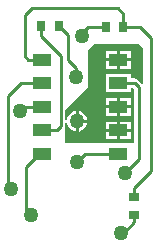
<source format=gtl>
%FSTAX23Y23*%
%MOIN*%
%SFA1B1*%

%IPPOS*%
%ADD11C,0.010000*%
%ADD12R,0.035433X0.027559*%
%ADD13R,0.060984X0.039370*%
%ADD14R,0.027559X0.035433*%
%ADD19C,0.050000*%
%LNpcb1-1*%
%LPD*%
G36*
X0147Y0165D02*
Y01533D01*
X01468Y01532*
X01465Y01531*
X01452Y01544*
X01447Y01547*
X01441Y01549*
X01428*
Y01563*
X01347*
Y01504*
X01428*
Y01518*
X01434*
X01439Y01513*
Y01335*
X0121*
Y01388*
X0121Y0139*
Y01402*
X01215Y01402*
X01215Y01398*
X01219Y01389*
X01225Y01382*
X01232Y01376*
X0124Y01373*
X01245Y01372*
Y01407*
Y01442*
X0124Y01441*
X01232Y01438*
X01225Y01432*
X01219Y01425*
X01215Y01416*
X01215Y01412*
X0121Y01412*
Y01445*
X01285Y0152*
Y01645*
X01305Y01665*
X01455*
X0147Y0165*
G37*
%LNpcb1-2*%
%LPC*%
G36*
X01428Y01642D02*
X01392D01*
Y01617*
X01428*
Y01642*
G37*
G36*
X01382D02*
X01347D01*
Y01617*
X01382*
Y01642*
G37*
G36*
X01428Y01607D02*
X01392D01*
Y01582*
X01428*
Y01607*
G37*
G36*
X01382D02*
X01347D01*
Y01582*
X01382*
Y01607*
G37*
G36*
X01428Y01484D02*
X01392D01*
Y0146*
X01428*
Y01484*
G37*
G36*
X01382D02*
X01347D01*
Y0146*
X01382*
Y01484*
G37*
G36*
X01428Y0145D02*
X01392D01*
Y01425*
X01428*
Y0145*
G37*
G36*
X01382D02*
X01347D01*
Y01425*
X01382*
Y0145*
G37*
G36*
X01255Y01442D02*
Y01412D01*
X01284*
X01284Y01416*
X0128Y01425*
X01274Y01432*
X01267Y01438*
X01259Y01441*
X01255Y01442*
G37*
G36*
X01428Y01405D02*
X01392D01*
Y01381*
X01428*
Y01405*
G37*
G36*
X01382D02*
X01347D01*
Y01381*
X01382*
Y01405*
G37*
G36*
X01284Y01402D02*
X01255D01*
Y01372*
X01259Y01373*
X01267Y01376*
X01274Y01382*
X0128Y01389*
X01284Y01398*
X01284Y01402*
G37*
G36*
X01428Y01371D02*
X01392D01*
Y01346*
X01428*
Y01371*
G37*
G36*
X01382D02*
X01347D01*
Y01346*
X01382*
Y01371*
G37*
%LNpcb1-3*%
%LPD*%
G54D11*
X0144Y0107D02*
Y01095D01*
X01405Y01035D02*
X0144Y0107D01*
X01395Y01035D02*
X01405D01*
X01075Y0176D02*
X011Y01785D01*
X01075Y01625D02*
Y0176D01*
X011Y01785D02*
X01385D01*
X01122Y01297D02*
X01132D01*
X0108Y01255D02*
X01122Y01297D01*
X0108Y0111D02*
Y01255D01*
X0106Y0144D02*
X01075Y01455D01*
X0102Y0119D02*
Y0149D01*
Y0119D02*
X0103Y0118D01*
X0102Y0149D02*
X01063Y01533D01*
X01075Y01455D02*
X01132D01*
X01063Y01533D02*
X01132D01*
X0141Y01235D02*
X01455Y0128D01*
Y0152*
X01441Y01533D02*
X01455Y0152D01*
X01387Y01533D02*
X01441D01*
X01277Y01297D02*
X01387D01*
X0125Y0127D02*
X01277Y01297D01*
X0108Y0111D02*
X01095Y01095D01*
X01087Y01612D02*
X01132D01*
X01075Y01625D02*
X01087Y01612D01*
X01385Y01785D02*
X01404Y01765D01*
Y0172D02*
Y01765D01*
X01132Y01376D02*
X01181D01*
X01195Y0139*
Y01625*
X0113Y01689D02*
X01195Y01625D01*
X0113Y01689D02*
Y01725D01*
X01245Y01555D02*
Y01585D01*
X0122Y0161D02*
X01245Y01585D01*
X0122Y0161D02*
Y01694D01*
X01189Y01725D02*
X0122Y01694D01*
X01265Y0169D02*
Y017D01*
X01285Y0172*
X01345*
X01404D02*
X0146D01*
X01495Y01685*
Y0124D02*
Y01685D01*
X0144Y01185D02*
X01495Y0124D01*
X0144Y01154D02*
Y01185D01*
G54D12*
X0144Y01154D03*
Y01095D03*
G54D13*
X01132Y01297D03*
X01387D03*
Y01376D03*
Y01455D03*
Y01533D03*
Y01612D03*
X01132D03*
Y01533D03*
Y01455D03*
Y01376D03*
G54D14*
X0113Y01725D03*
X01189D03*
X01404Y0172D03*
X01345D03*
G54D19*
X01395Y01035D03*
X0125Y01407D03*
X0106Y0144D03*
X0103Y0118D03*
X0141Y01235D03*
X0125Y0127D03*
X01095Y01095D03*
X01245Y01555D03*
X01265Y0169D03*
M02*
</source>
